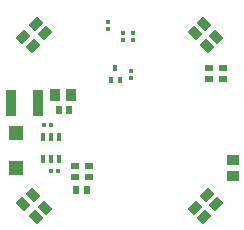
<source format=gbp>
G04 Layer_Color=128*
%FSLAX25Y25*%
%MOIN*%
G70*
G01*
G75*
%ADD13R,0.01378X0.01181*%
%ADD14R,0.02362X0.02520*%
%ADD17R,0.02520X0.02362*%
%ADD23R,0.01260X0.01260*%
%ADD34R,0.01181X0.01378*%
G04:AMPARAMS|DCode=59|XSize=39.37mil|YSize=31.5mil|CornerRadius=0mil|HoleSize=0mil|Usage=FLASHONLY|Rotation=315.000|XOffset=0mil|YOffset=0mil|HoleType=Round|Shape=Rectangle|*
%AMROTATEDRECTD59*
4,1,4,-0.02506,0.00278,-0.00278,0.02506,0.02506,-0.00278,0.00278,-0.02506,-0.02506,0.00278,0.0*
%
%ADD59ROTATEDRECTD59*%

G04:AMPARAMS|DCode=60|XSize=39.37mil|YSize=31.5mil|CornerRadius=0mil|HoleSize=0mil|Usage=FLASHONLY|Rotation=45.000|XOffset=0mil|YOffset=0mil|HoleType=Round|Shape=Rectangle|*
%AMROTATEDRECTD60*
4,1,4,-0.00278,-0.02506,-0.02506,-0.00278,0.00278,0.02506,0.02506,0.00278,-0.00278,-0.02506,0.0*
%
%ADD60ROTATEDRECTD60*%

%ADD61R,0.01575X0.02598*%
%ADD62R,0.04724X0.04921*%
%ADD63R,0.03347X0.09055*%
%ADD64R,0.03937X0.03543*%
%ADD65R,0.03543X0.03937*%
%ADD66R,0.01417X0.01969*%
%ADD67R,0.01575X0.01969*%
%ADD89C,0.00000*%
D13*
X1100Y29300D02*
D03*
Y26938D02*
D03*
X4400Y29281D02*
D03*
Y26919D02*
D03*
X3800Y14119D02*
D03*
Y16481D02*
D03*
D14*
X-10889Y-23200D02*
D03*
X-14511D02*
D03*
X-16789Y3600D02*
D03*
X-20411D02*
D03*
D17*
X29800Y13889D02*
D03*
Y17511D02*
D03*
X34300Y13889D02*
D03*
Y17511D02*
D03*
X-10300Y-18811D02*
D03*
Y-15189D02*
D03*
X-15100Y-18811D02*
D03*
Y-15189D02*
D03*
D23*
X-3999Y30622D02*
D03*
Y32827D02*
D03*
D34*
X-25381Y-1600D02*
D03*
X-23019D02*
D03*
X-20519Y-16700D02*
D03*
X-22881D02*
D03*
D59*
X32162Y27987D02*
D03*
X27986Y32162D02*
D03*
X24924Y29100D02*
D03*
X29100Y24924D02*
D03*
X-32162Y-27987D02*
D03*
X-27986Y-32162D02*
D03*
X-24924Y-29100D02*
D03*
X-29100Y-24924D02*
D03*
D60*
X-27987Y32162D02*
D03*
X-32162Y27986D02*
D03*
X-29100Y24924D02*
D03*
X-24924Y29100D02*
D03*
X29100Y-24924D02*
D03*
X24924Y-29100D02*
D03*
X27987Y-32162D02*
D03*
X32162Y-27986D02*
D03*
D61*
X-25559Y-5458D02*
D03*
X-23000D02*
D03*
X-20441D02*
D03*
Y-12742D02*
D03*
X-23000D02*
D03*
X-25559D02*
D03*
D62*
X-34500Y-15709D02*
D03*
Y-4291D02*
D03*
D63*
X-27272Y5800D02*
D03*
X-36328D02*
D03*
D64*
X37700Y-13142D02*
D03*
Y-18458D02*
D03*
D65*
X-16443Y8500D02*
D03*
X-21757D02*
D03*
D66*
X75Y13532D02*
D03*
X-3075D02*
D03*
D67*
X-1500Y17469D02*
D03*
D89*
X-11600Y15900D02*
D03*
X-10700Y37500D02*
D03*
X-11700Y22400D02*
D03*
Y29300D02*
D03*
X-3500Y38400D02*
D03*
M02*

</source>
